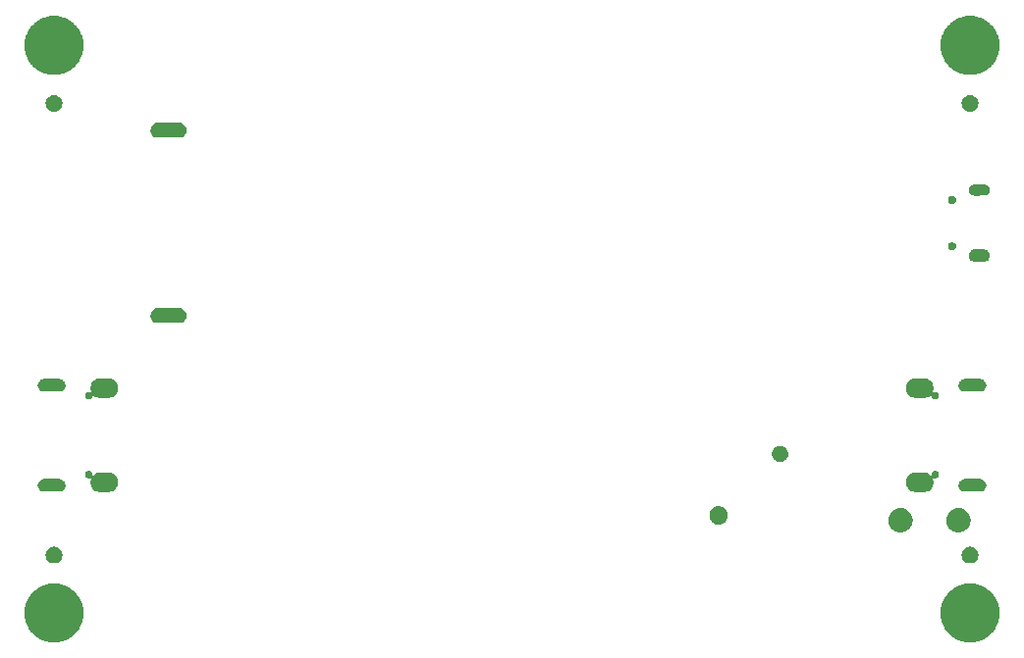
<source format=gbr>
%TF.GenerationSoftware,KiCad,Pcbnew,8.0.3*%
%TF.CreationDate,2024-07-09T14:43:51+12:00*%
%TF.ProjectId,USB Cable Tester,55534220-4361-4626-9c65-205465737465,rev?*%
%TF.SameCoordinates,Original*%
%TF.FileFunction,Soldermask,Bot*%
%TF.FilePolarity,Negative*%
%FSLAX46Y46*%
G04 Gerber Fmt 4.6, Leading zero omitted, Abs format (unit mm)*
G04 Created by KiCad (PCBNEW 8.0.3) date 2024-07-09 14:43:51*
%MOMM*%
%LPD*%
G01*
G04 APERTURE LIST*
G04 APERTURE END LIST*
G36*
X3081240Y-49455032D02*
G01*
X3160116Y-49455032D01*
X3232576Y-49464185D01*
X3307353Y-49468709D01*
X3393842Y-49484558D01*
X3477822Y-49495168D01*
X3542865Y-49511868D01*
X3610223Y-49524212D01*
X3700470Y-49552334D01*
X3787993Y-49574806D01*
X3844935Y-49597351D01*
X3904198Y-49615818D01*
X3996499Y-49657359D01*
X4085737Y-49692691D01*
X4134194Y-49719330D01*
X4184988Y-49742191D01*
X4277446Y-49798084D01*
X4366358Y-49846964D01*
X4406267Y-49875959D01*
X4448501Y-49901491D01*
X4539050Y-49972431D01*
X4625431Y-50035191D01*
X4657022Y-50064857D01*
X4690885Y-50091387D01*
X4777359Y-50177861D01*
X4858870Y-50254405D01*
X4882658Y-50283160D01*
X4908612Y-50309114D01*
X4988763Y-50411419D01*
X5062993Y-50501148D01*
X5079758Y-50527565D01*
X5098508Y-50551498D01*
X5170048Y-50669840D01*
X5234582Y-50771528D01*
X5245332Y-50794374D01*
X5257808Y-50815011D01*
X5318492Y-50949845D01*
X5370930Y-51061282D01*
X5376861Y-51079538D01*
X5384181Y-51095801D01*
X5431836Y-51248732D01*
X5469887Y-51365841D01*
X5472346Y-51378736D01*
X5475787Y-51389776D01*
X5508376Y-51567612D01*
X5529892Y-51680400D01*
X5530334Y-51687431D01*
X5531290Y-51692646D01*
X5546917Y-51951006D01*
X5550000Y-52000000D01*
X5546917Y-52048997D01*
X5531290Y-52307353D01*
X5530334Y-52312567D01*
X5529892Y-52319600D01*
X5508372Y-52432411D01*
X5475787Y-52610223D01*
X5472347Y-52621261D01*
X5469887Y-52634159D01*
X5431828Y-52751291D01*
X5384181Y-52904198D01*
X5376863Y-52920457D01*
X5370930Y-52938718D01*
X5318481Y-53050175D01*
X5257808Y-53184988D01*
X5245334Y-53205620D01*
X5234582Y-53228472D01*
X5170036Y-53330179D01*
X5098508Y-53448501D01*
X5079761Y-53472428D01*
X5062993Y-53498852D01*
X4988748Y-53588597D01*
X4908612Y-53690885D01*
X4882663Y-53716833D01*
X4858870Y-53745595D01*
X4777342Y-53822154D01*
X4690885Y-53908612D01*
X4657028Y-53935136D01*
X4625431Y-53964809D01*
X4539032Y-54027580D01*
X4448501Y-54098508D01*
X4406275Y-54124034D01*
X4366358Y-54153036D01*
X4277428Y-54201925D01*
X4184988Y-54257808D01*
X4134204Y-54280663D01*
X4085737Y-54307309D01*
X3996481Y-54342647D01*
X3904198Y-54384181D01*
X3844947Y-54402644D01*
X3787993Y-54425194D01*
X3700452Y-54447670D01*
X3610223Y-54475787D01*
X3542879Y-54488128D01*
X3477822Y-54504832D01*
X3393825Y-54515443D01*
X3307353Y-54531290D01*
X3232591Y-54535812D01*
X3160116Y-54544968D01*
X3081223Y-54544968D01*
X3000000Y-54549881D01*
X2918776Y-54544968D01*
X2839884Y-54544968D01*
X2767409Y-54535812D01*
X2692646Y-54531290D01*
X2606171Y-54515442D01*
X2522178Y-54504832D01*
X2457123Y-54488128D01*
X2389776Y-54475787D01*
X2299542Y-54447669D01*
X2212007Y-54425194D01*
X2155056Y-54402645D01*
X2095801Y-54384181D01*
X2003510Y-54342644D01*
X1914263Y-54307309D01*
X1865800Y-54280666D01*
X1815011Y-54257808D01*
X1722560Y-54201919D01*
X1633642Y-54153036D01*
X1593729Y-54124038D01*
X1551498Y-54098508D01*
X1460953Y-54027570D01*
X1374569Y-53964809D01*
X1342976Y-53935141D01*
X1309114Y-53908612D01*
X1222640Y-53822138D01*
X1141130Y-53745595D01*
X1117341Y-53716839D01*
X1091387Y-53690885D01*
X1011232Y-53588575D01*
X937007Y-53498852D01*
X920242Y-53472435D01*
X901491Y-53448501D01*
X829942Y-53330146D01*
X765418Y-53228472D01*
X754668Y-53205628D01*
X742191Y-53184988D01*
X681495Y-53050127D01*
X629070Y-52938718D01*
X623139Y-52920465D01*
X615818Y-52904198D01*
X568147Y-52751216D01*
X530113Y-52634159D01*
X527654Y-52621269D01*
X524212Y-52610223D01*
X491602Y-52432278D01*
X470108Y-52319600D01*
X469666Y-52312575D01*
X468709Y-52307353D01*
X453056Y-52048585D01*
X450000Y-52000000D01*
X453056Y-51951418D01*
X468709Y-51692646D01*
X469666Y-51687423D01*
X470108Y-51680400D01*
X491597Y-51567745D01*
X524212Y-51389776D01*
X527654Y-51378727D01*
X530113Y-51365841D01*
X568139Y-51248807D01*
X615818Y-51095801D01*
X623140Y-51079530D01*
X629070Y-51061282D01*
X681484Y-50949894D01*
X742191Y-50815011D01*
X754670Y-50794367D01*
X765418Y-50771528D01*
X829930Y-50669873D01*
X901491Y-50551498D01*
X920245Y-50527559D01*
X937007Y-50501148D01*
X1011217Y-50411442D01*
X1091387Y-50309114D01*
X1117345Y-50283155D01*
X1141130Y-50254405D01*
X1222624Y-50177876D01*
X1309114Y-50091387D01*
X1342982Y-50064852D01*
X1374569Y-50035191D01*
X1460936Y-49972441D01*
X1551498Y-49901491D01*
X1593737Y-49875956D01*
X1633642Y-49846964D01*
X1722542Y-49798090D01*
X1815011Y-49742191D01*
X1865810Y-49719328D01*
X1914263Y-49692691D01*
X2003492Y-49657362D01*
X2095801Y-49615818D01*
X2155067Y-49597349D01*
X2212007Y-49574806D01*
X2299524Y-49552335D01*
X2389776Y-49524212D01*
X2457136Y-49511867D01*
X2522178Y-49495168D01*
X2606153Y-49484559D01*
X2692646Y-49468709D01*
X2767424Y-49464185D01*
X2839884Y-49455032D01*
X2918760Y-49455032D01*
X3000000Y-49450118D01*
X3081240Y-49455032D01*
G37*
G36*
X82081240Y-49455032D02*
G01*
X82160116Y-49455032D01*
X82232576Y-49464185D01*
X82307353Y-49468709D01*
X82393842Y-49484558D01*
X82477822Y-49495168D01*
X82542865Y-49511868D01*
X82610223Y-49524212D01*
X82700470Y-49552334D01*
X82787993Y-49574806D01*
X82844935Y-49597351D01*
X82904198Y-49615818D01*
X82996499Y-49657359D01*
X83085737Y-49692691D01*
X83134194Y-49719330D01*
X83184988Y-49742191D01*
X83277446Y-49798084D01*
X83366358Y-49846964D01*
X83406267Y-49875959D01*
X83448501Y-49901491D01*
X83539050Y-49972431D01*
X83625431Y-50035191D01*
X83657022Y-50064857D01*
X83690885Y-50091387D01*
X83777359Y-50177861D01*
X83858870Y-50254405D01*
X83882658Y-50283160D01*
X83908612Y-50309114D01*
X83988763Y-50411419D01*
X84062993Y-50501148D01*
X84079758Y-50527565D01*
X84098508Y-50551498D01*
X84170048Y-50669840D01*
X84234582Y-50771528D01*
X84245332Y-50794374D01*
X84257808Y-50815011D01*
X84318492Y-50949845D01*
X84370930Y-51061282D01*
X84376861Y-51079538D01*
X84384181Y-51095801D01*
X84431836Y-51248732D01*
X84469887Y-51365841D01*
X84472346Y-51378736D01*
X84475787Y-51389776D01*
X84508376Y-51567612D01*
X84529892Y-51680400D01*
X84530334Y-51687431D01*
X84531290Y-51692646D01*
X84546917Y-51951006D01*
X84550000Y-52000000D01*
X84546917Y-52048997D01*
X84531290Y-52307353D01*
X84530334Y-52312567D01*
X84529892Y-52319600D01*
X84508372Y-52432411D01*
X84475787Y-52610223D01*
X84472347Y-52621261D01*
X84469887Y-52634159D01*
X84431828Y-52751291D01*
X84384181Y-52904198D01*
X84376863Y-52920457D01*
X84370930Y-52938718D01*
X84318481Y-53050175D01*
X84257808Y-53184988D01*
X84245334Y-53205620D01*
X84234582Y-53228472D01*
X84170036Y-53330179D01*
X84098508Y-53448501D01*
X84079761Y-53472428D01*
X84062993Y-53498852D01*
X83988748Y-53588597D01*
X83908612Y-53690885D01*
X83882663Y-53716833D01*
X83858870Y-53745595D01*
X83777342Y-53822154D01*
X83690885Y-53908612D01*
X83657028Y-53935136D01*
X83625431Y-53964809D01*
X83539032Y-54027580D01*
X83448501Y-54098508D01*
X83406275Y-54124034D01*
X83366358Y-54153036D01*
X83277428Y-54201925D01*
X83184988Y-54257808D01*
X83134204Y-54280663D01*
X83085737Y-54307309D01*
X82996481Y-54342647D01*
X82904198Y-54384181D01*
X82844947Y-54402644D01*
X82787993Y-54425194D01*
X82700452Y-54447670D01*
X82610223Y-54475787D01*
X82542879Y-54488128D01*
X82477822Y-54504832D01*
X82393825Y-54515443D01*
X82307353Y-54531290D01*
X82232591Y-54535812D01*
X82160116Y-54544968D01*
X82081223Y-54544968D01*
X82000000Y-54549881D01*
X81918776Y-54544968D01*
X81839884Y-54544968D01*
X81767409Y-54535812D01*
X81692646Y-54531290D01*
X81606171Y-54515442D01*
X81522178Y-54504832D01*
X81457123Y-54488128D01*
X81389776Y-54475787D01*
X81299542Y-54447669D01*
X81212007Y-54425194D01*
X81155056Y-54402645D01*
X81095801Y-54384181D01*
X81003510Y-54342644D01*
X80914263Y-54307309D01*
X80865800Y-54280666D01*
X80815011Y-54257808D01*
X80722560Y-54201919D01*
X80633642Y-54153036D01*
X80593729Y-54124038D01*
X80551498Y-54098508D01*
X80460953Y-54027570D01*
X80374569Y-53964809D01*
X80342976Y-53935141D01*
X80309114Y-53908612D01*
X80222640Y-53822138D01*
X80141130Y-53745595D01*
X80117341Y-53716839D01*
X80091387Y-53690885D01*
X80011232Y-53588575D01*
X79937007Y-53498852D01*
X79920242Y-53472435D01*
X79901491Y-53448501D01*
X79829942Y-53330146D01*
X79765418Y-53228472D01*
X79754668Y-53205628D01*
X79742191Y-53184988D01*
X79681495Y-53050127D01*
X79629070Y-52938718D01*
X79623139Y-52920465D01*
X79615818Y-52904198D01*
X79568147Y-52751216D01*
X79530113Y-52634159D01*
X79527654Y-52621269D01*
X79524212Y-52610223D01*
X79491602Y-52432278D01*
X79470108Y-52319600D01*
X79469666Y-52312575D01*
X79468709Y-52307353D01*
X79453056Y-52048585D01*
X79450000Y-52000000D01*
X79453056Y-51951418D01*
X79468709Y-51692646D01*
X79469666Y-51687423D01*
X79470108Y-51680400D01*
X79491597Y-51567745D01*
X79524212Y-51389776D01*
X79527654Y-51378727D01*
X79530113Y-51365841D01*
X79568139Y-51248807D01*
X79615818Y-51095801D01*
X79623140Y-51079530D01*
X79629070Y-51061282D01*
X79681484Y-50949894D01*
X79742191Y-50815011D01*
X79754670Y-50794367D01*
X79765418Y-50771528D01*
X79829930Y-50669873D01*
X79901491Y-50551498D01*
X79920245Y-50527559D01*
X79937007Y-50501148D01*
X80011217Y-50411442D01*
X80091387Y-50309114D01*
X80117345Y-50283155D01*
X80141130Y-50254405D01*
X80222624Y-50177876D01*
X80309114Y-50091387D01*
X80342982Y-50064852D01*
X80374569Y-50035191D01*
X80460936Y-49972441D01*
X80551498Y-49901491D01*
X80593737Y-49875956D01*
X80633642Y-49846964D01*
X80722542Y-49798090D01*
X80815011Y-49742191D01*
X80865810Y-49719328D01*
X80914263Y-49692691D01*
X81003492Y-49657362D01*
X81095801Y-49615818D01*
X81155067Y-49597349D01*
X81212007Y-49574806D01*
X81299524Y-49552335D01*
X81389776Y-49524212D01*
X81457136Y-49511867D01*
X81522178Y-49495168D01*
X81606153Y-49484559D01*
X81692646Y-49468709D01*
X81767424Y-49464185D01*
X81839884Y-49455032D01*
X81918760Y-49455032D01*
X82000000Y-49450118D01*
X82081240Y-49455032D01*
G37*
G36*
X3161105Y-46294152D02*
G01*
X3314132Y-46347699D01*
X3451407Y-46433954D01*
X3566046Y-46548593D01*
X3652301Y-46685868D01*
X3705848Y-46838895D01*
X3724000Y-47000000D01*
X3705848Y-47161105D01*
X3652301Y-47314132D01*
X3566046Y-47451407D01*
X3451407Y-47566046D01*
X3314132Y-47652301D01*
X3161105Y-47705848D01*
X3000000Y-47724000D01*
X2838895Y-47705848D01*
X2685868Y-47652301D01*
X2548593Y-47566046D01*
X2433954Y-47451407D01*
X2347699Y-47314132D01*
X2294152Y-47161105D01*
X2276000Y-47000000D01*
X2294152Y-46838895D01*
X2347699Y-46685868D01*
X2433954Y-46548593D01*
X2548593Y-46433954D01*
X2685868Y-46347699D01*
X2838895Y-46294152D01*
X3000000Y-46276000D01*
X3161105Y-46294152D01*
G37*
G36*
X82161105Y-46294152D02*
G01*
X82314132Y-46347699D01*
X82451407Y-46433954D01*
X82566046Y-46548593D01*
X82652301Y-46685868D01*
X82705848Y-46838895D01*
X82724000Y-47000000D01*
X82705848Y-47161105D01*
X82652301Y-47314132D01*
X82566046Y-47451407D01*
X82451407Y-47566046D01*
X82314132Y-47652301D01*
X82161105Y-47705848D01*
X82000000Y-47724000D01*
X81838895Y-47705848D01*
X81685868Y-47652301D01*
X81548593Y-47566046D01*
X81433954Y-47451407D01*
X81347699Y-47314132D01*
X81294152Y-47161105D01*
X81276000Y-47000000D01*
X81294152Y-46838895D01*
X81347699Y-46685868D01*
X81433954Y-46548593D01*
X81548593Y-46433954D01*
X81685868Y-46347699D01*
X81838895Y-46294152D01*
X82000000Y-46276000D01*
X82161105Y-46294152D01*
G37*
G36*
X76048290Y-42954756D02*
G01*
X76096857Y-42954756D01*
X76150940Y-42964866D01*
X76204845Y-42970175D01*
X76245797Y-42982597D01*
X76287268Y-42990350D01*
X76344700Y-43012599D01*
X76401818Y-43029926D01*
X76434454Y-43047370D01*
X76467901Y-43060328D01*
X76526019Y-43096313D01*
X76583349Y-43126957D01*
X76607435Y-43146724D01*
X76632599Y-43162305D01*
X76688357Y-43213135D01*
X76742462Y-43257538D01*
X76758494Y-43277074D01*
X76775752Y-43292806D01*
X76825847Y-43359143D01*
X76873043Y-43416651D01*
X76882170Y-43433726D01*
X76892489Y-43447391D01*
X76933544Y-43529841D01*
X76970074Y-43598182D01*
X76973969Y-43611024D01*
X76978836Y-43620797D01*
X77007579Y-43721820D01*
X77029825Y-43795155D01*
X77030555Y-43802576D01*
X77031847Y-43807114D01*
X77045281Y-43952086D01*
X77050000Y-44000000D01*
X77045280Y-44047917D01*
X77031847Y-44192885D01*
X77030556Y-44197422D01*
X77029825Y-44204845D01*
X77007574Y-44278195D01*
X76978836Y-44379202D01*
X76973970Y-44388973D01*
X76970074Y-44401818D01*
X76933537Y-44470172D01*
X76892489Y-44552608D01*
X76882172Y-44566269D01*
X76873043Y-44583349D01*
X76825838Y-44640868D01*
X76775752Y-44707193D01*
X76758498Y-44722921D01*
X76742462Y-44742462D01*
X76688346Y-44786873D01*
X76632599Y-44837694D01*
X76607440Y-44853271D01*
X76583349Y-44873043D01*
X76526007Y-44903692D01*
X76467901Y-44939671D01*
X76434461Y-44952625D01*
X76401818Y-44970074D01*
X76344688Y-44987403D01*
X76287268Y-45009649D01*
X76245804Y-45017400D01*
X76204845Y-45029825D01*
X76150937Y-45035134D01*
X76096857Y-45045244D01*
X76048290Y-45045244D01*
X76000000Y-45050000D01*
X75951710Y-45045244D01*
X75903143Y-45045244D01*
X75849061Y-45035134D01*
X75795155Y-45029825D01*
X75754196Y-45017400D01*
X75712731Y-45009649D01*
X75655306Y-44987402D01*
X75598182Y-44970074D01*
X75565541Y-44952627D01*
X75532098Y-44939671D01*
X75473985Y-44903689D01*
X75416651Y-44873043D01*
X75392562Y-44853273D01*
X75367400Y-44837694D01*
X75311643Y-44786865D01*
X75257538Y-44742462D01*
X75241504Y-44722925D01*
X75224247Y-44707193D01*
X75174149Y-44640852D01*
X75126957Y-44583349D01*
X75117830Y-44566274D01*
X75107510Y-44552608D01*
X75066447Y-44470145D01*
X75029926Y-44401818D01*
X75026031Y-44388978D01*
X75021163Y-44379202D01*
X74992409Y-44278141D01*
X74970175Y-44204845D01*
X74969444Y-44197427D01*
X74968152Y-44192885D01*
X74954702Y-44047745D01*
X74950000Y-44000000D01*
X74954702Y-43952258D01*
X74968152Y-43807114D01*
X74969444Y-43802570D01*
X74970175Y-43795155D01*
X74992404Y-43721873D01*
X75021163Y-43620797D01*
X75026031Y-43611018D01*
X75029926Y-43598182D01*
X75066440Y-43529868D01*
X75107510Y-43447391D01*
X75117832Y-43433722D01*
X75126957Y-43416651D01*
X75174139Y-43359158D01*
X75224247Y-43292806D01*
X75241508Y-43277070D01*
X75257538Y-43257538D01*
X75311632Y-43213143D01*
X75367400Y-43162305D01*
X75392567Y-43146721D01*
X75416651Y-43126957D01*
X75473973Y-43096317D01*
X75532098Y-43060328D01*
X75565548Y-43047369D01*
X75598182Y-43029926D01*
X75655294Y-43012601D01*
X75712731Y-42990350D01*
X75754203Y-42982597D01*
X75795155Y-42970175D01*
X75849058Y-42964866D01*
X75903143Y-42954756D01*
X75951710Y-42954756D01*
X76000000Y-42950000D01*
X76048290Y-42954756D01*
G37*
G36*
X81048290Y-42954756D02*
G01*
X81096857Y-42954756D01*
X81150940Y-42964866D01*
X81204845Y-42970175D01*
X81245797Y-42982597D01*
X81287268Y-42990350D01*
X81344700Y-43012599D01*
X81401818Y-43029926D01*
X81434454Y-43047370D01*
X81467901Y-43060328D01*
X81526019Y-43096313D01*
X81583349Y-43126957D01*
X81607435Y-43146724D01*
X81632599Y-43162305D01*
X81688357Y-43213135D01*
X81742462Y-43257538D01*
X81758494Y-43277074D01*
X81775752Y-43292806D01*
X81825847Y-43359143D01*
X81873043Y-43416651D01*
X81882170Y-43433726D01*
X81892489Y-43447391D01*
X81933544Y-43529841D01*
X81970074Y-43598182D01*
X81973969Y-43611024D01*
X81978836Y-43620797D01*
X82007579Y-43721820D01*
X82029825Y-43795155D01*
X82030555Y-43802576D01*
X82031847Y-43807114D01*
X82045281Y-43952086D01*
X82050000Y-44000000D01*
X82045280Y-44047917D01*
X82031847Y-44192885D01*
X82030556Y-44197422D01*
X82029825Y-44204845D01*
X82007574Y-44278195D01*
X81978836Y-44379202D01*
X81973970Y-44388973D01*
X81970074Y-44401818D01*
X81933537Y-44470172D01*
X81892489Y-44552608D01*
X81882172Y-44566269D01*
X81873043Y-44583349D01*
X81825838Y-44640868D01*
X81775752Y-44707193D01*
X81758498Y-44722921D01*
X81742462Y-44742462D01*
X81688346Y-44786873D01*
X81632599Y-44837694D01*
X81607440Y-44853271D01*
X81583349Y-44873043D01*
X81526007Y-44903692D01*
X81467901Y-44939671D01*
X81434461Y-44952625D01*
X81401818Y-44970074D01*
X81344688Y-44987403D01*
X81287268Y-45009649D01*
X81245804Y-45017400D01*
X81204845Y-45029825D01*
X81150937Y-45035134D01*
X81096857Y-45045244D01*
X81048290Y-45045244D01*
X81000000Y-45050000D01*
X80951710Y-45045244D01*
X80903143Y-45045244D01*
X80849061Y-45035134D01*
X80795155Y-45029825D01*
X80754196Y-45017400D01*
X80712731Y-45009649D01*
X80655306Y-44987402D01*
X80598182Y-44970074D01*
X80565541Y-44952627D01*
X80532098Y-44939671D01*
X80473985Y-44903689D01*
X80416651Y-44873043D01*
X80392562Y-44853273D01*
X80367400Y-44837694D01*
X80311643Y-44786865D01*
X80257538Y-44742462D01*
X80241504Y-44722925D01*
X80224247Y-44707193D01*
X80174149Y-44640852D01*
X80126957Y-44583349D01*
X80117830Y-44566274D01*
X80107510Y-44552608D01*
X80066447Y-44470145D01*
X80029926Y-44401818D01*
X80026031Y-44388978D01*
X80021163Y-44379202D01*
X79992409Y-44278141D01*
X79970175Y-44204845D01*
X79969444Y-44197427D01*
X79968152Y-44192885D01*
X79954702Y-44047745D01*
X79950000Y-44000000D01*
X79954702Y-43952258D01*
X79968152Y-43807114D01*
X79969444Y-43802570D01*
X79970175Y-43795155D01*
X79992404Y-43721873D01*
X80021163Y-43620797D01*
X80026031Y-43611018D01*
X80029926Y-43598182D01*
X80066440Y-43529868D01*
X80107510Y-43447391D01*
X80117832Y-43433722D01*
X80126957Y-43416651D01*
X80174139Y-43359158D01*
X80224247Y-43292806D01*
X80241508Y-43277070D01*
X80257538Y-43257538D01*
X80311632Y-43213143D01*
X80367400Y-43162305D01*
X80392567Y-43146721D01*
X80416651Y-43126957D01*
X80473973Y-43096317D01*
X80532098Y-43060328D01*
X80565548Y-43047369D01*
X80598182Y-43029926D01*
X80655294Y-43012601D01*
X80712731Y-42990350D01*
X80754203Y-42982597D01*
X80795155Y-42970175D01*
X80849058Y-42964866D01*
X80903143Y-42954756D01*
X80951710Y-42954756D01*
X81000000Y-42950000D01*
X81048290Y-42954756D01*
G37*
G36*
X60356092Y-42790695D02*
G01*
X60397617Y-42790695D01*
X60444461Y-42800651D01*
X60492051Y-42806014D01*
X60526654Y-42818122D01*
X60561139Y-42825452D01*
X60610837Y-42847578D01*
X60661144Y-42865182D01*
X60687329Y-42881635D01*
X60713859Y-42893447D01*
X60763322Y-42929384D01*
X60812831Y-42960493D01*
X60830612Y-42978274D01*
X60849106Y-42991711D01*
X60894831Y-43042493D01*
X60939507Y-43087169D01*
X60949781Y-43103520D01*
X60960965Y-43115941D01*
X60999226Y-43182213D01*
X61034818Y-43238856D01*
X61039261Y-43251555D01*
X61044551Y-43260717D01*
X61071634Y-43344071D01*
X61093986Y-43407949D01*
X61094833Y-43415471D01*
X61096211Y-43419711D01*
X61108701Y-43538550D01*
X61114044Y-43585968D01*
X61108700Y-43633389D01*
X61096211Y-43752224D01*
X61094833Y-43756462D01*
X61093986Y-43763987D01*
X61071629Y-43827877D01*
X61044551Y-43911218D01*
X61039262Y-43920377D01*
X61034818Y-43933080D01*
X60999219Y-43989734D01*
X60960965Y-44055994D01*
X60949783Y-44068412D01*
X60939507Y-44084767D01*
X60894822Y-44129451D01*
X60849106Y-44180224D01*
X60830616Y-44193657D01*
X60812831Y-44211443D01*
X60763312Y-44242557D01*
X60713859Y-44278488D01*
X60687334Y-44290297D01*
X60661144Y-44306754D01*
X60610826Y-44324360D01*
X60561139Y-44346483D01*
X60526660Y-44353811D01*
X60492051Y-44365922D01*
X60444458Y-44371284D01*
X60397617Y-44381241D01*
X60356092Y-44381241D01*
X60314032Y-44385980D01*
X60271972Y-44381241D01*
X60230447Y-44381241D01*
X60183604Y-44371284D01*
X60136013Y-44365922D01*
X60101405Y-44353812D01*
X60066924Y-44346483D01*
X60017232Y-44324359D01*
X59966920Y-44306754D01*
X59940731Y-44290298D01*
X59914204Y-44278488D01*
X59864744Y-44242552D01*
X59815233Y-44211443D01*
X59797450Y-44193660D01*
X59778957Y-44180224D01*
X59733231Y-44129441D01*
X59688557Y-44084767D01*
X59678283Y-44068416D01*
X59667098Y-44055994D01*
X59628831Y-43989714D01*
X59593246Y-43933080D01*
X59588802Y-43920381D01*
X59583512Y-43911218D01*
X59556420Y-43827837D01*
X59534078Y-43763987D01*
X59533230Y-43756467D01*
X59531852Y-43752224D01*
X59519348Y-43633257D01*
X59514020Y-43585968D01*
X59519347Y-43538682D01*
X59531852Y-43419711D01*
X59533230Y-43415467D01*
X59534078Y-43407949D01*
X59556415Y-43344111D01*
X59583512Y-43260717D01*
X59588803Y-43251551D01*
X59593246Y-43238856D01*
X59628824Y-43182232D01*
X59667098Y-43115941D01*
X59678285Y-43103516D01*
X59688557Y-43087169D01*
X59733222Y-43042503D01*
X59778957Y-42991711D01*
X59797453Y-42978272D01*
X59815233Y-42960493D01*
X59864738Y-42929386D01*
X59914205Y-42893447D01*
X59940735Y-42881635D01*
X59966920Y-42865182D01*
X60017223Y-42847580D01*
X60066924Y-42825452D01*
X60101410Y-42818121D01*
X60136013Y-42806014D01*
X60183601Y-42800652D01*
X60230447Y-42790695D01*
X60271972Y-42790695D01*
X60314032Y-42785956D01*
X60356092Y-42790695D01*
G37*
G36*
X6026204Y-39746683D02*
G01*
X6056578Y-39746683D01*
X6079977Y-39755199D01*
X6100322Y-39758422D01*
X6129057Y-39773063D01*
X6162644Y-39785288D01*
X6177477Y-39797734D01*
X6190700Y-39804472D01*
X6217781Y-39831553D01*
X6249110Y-39857841D01*
X6255996Y-39869768D01*
X6262419Y-39876191D01*
X6282810Y-39916211D01*
X6305547Y-39955592D01*
X6306960Y-39963608D01*
X6308469Y-39966569D01*
X6317179Y-40021565D01*
X6325147Y-40066751D01*
X6324720Y-40069172D01*
X6329769Y-40101050D01*
X6405199Y-40125559D01*
X6460920Y-40069839D01*
X6599467Y-39977265D01*
X6753412Y-39913499D01*
X6916839Y-39880991D01*
X7700154Y-39876898D01*
X7783469Y-39880991D01*
X7946896Y-39913499D01*
X8100841Y-39977265D01*
X8239388Y-40069839D01*
X8357213Y-40187664D01*
X8449787Y-40326211D01*
X8513553Y-40480156D01*
X8546061Y-40643583D01*
X8546061Y-40810213D01*
X8513553Y-40973640D01*
X8449787Y-41127585D01*
X8357213Y-41266132D01*
X8239388Y-41383957D01*
X8100841Y-41476531D01*
X7946896Y-41540297D01*
X7783469Y-41572805D01*
X7000154Y-41576898D01*
X6916839Y-41572805D01*
X6753412Y-41540297D01*
X6599467Y-41476531D01*
X6460920Y-41383957D01*
X6343095Y-41266132D01*
X6250521Y-41127585D01*
X6186755Y-40973640D01*
X6154247Y-40810213D01*
X6154247Y-40643583D01*
X6186755Y-40480156D01*
X6215140Y-40411627D01*
X6151088Y-40352419D01*
X6129053Y-40360440D01*
X6100323Y-40375079D01*
X6079981Y-40378300D01*
X6056578Y-40386819D01*
X6026198Y-40386819D01*
X6000141Y-40390946D01*
X5974084Y-40386819D01*
X5943704Y-40386819D01*
X5920300Y-40378300D01*
X5899959Y-40375079D01*
X5871228Y-40360439D01*
X5837638Y-40348214D01*
X5822802Y-40335765D01*
X5809581Y-40329029D01*
X5782500Y-40301948D01*
X5751172Y-40275661D01*
X5744285Y-40263733D01*
X5737862Y-40257310D01*
X5717467Y-40217282D01*
X5694735Y-40177910D01*
X5693321Y-40169895D01*
X5691812Y-40166932D01*
X5683095Y-40111899D01*
X5675135Y-40066751D01*
X5683095Y-40021606D01*
X5691812Y-39966569D01*
X5693322Y-39963605D01*
X5694735Y-39955592D01*
X5717462Y-39916226D01*
X5737862Y-39876191D01*
X5744287Y-39869765D01*
X5751172Y-39857841D01*
X5782494Y-39831558D01*
X5809581Y-39804472D01*
X5822805Y-39797733D01*
X5837638Y-39785288D01*
X5871221Y-39773064D01*
X5899959Y-39758422D01*
X5920305Y-39755199D01*
X5943704Y-39746683D01*
X5974077Y-39746683D01*
X6000141Y-39742555D01*
X6026204Y-39746683D01*
G37*
G36*
X79025922Y-39746683D02*
G01*
X79056296Y-39746683D01*
X79079695Y-39755199D01*
X79100040Y-39758422D01*
X79128775Y-39773063D01*
X79162362Y-39785288D01*
X79177195Y-39797734D01*
X79190418Y-39804472D01*
X79217499Y-39831553D01*
X79248828Y-39857841D01*
X79255714Y-39869768D01*
X79262137Y-39876191D01*
X79282528Y-39916211D01*
X79305265Y-39955592D01*
X79306678Y-39963608D01*
X79308187Y-39966569D01*
X79316895Y-40021550D01*
X79324865Y-40066751D01*
X79316894Y-40111955D01*
X79308187Y-40166932D01*
X79306678Y-40169892D01*
X79305265Y-40177910D01*
X79282524Y-40217297D01*
X79262137Y-40257310D01*
X79255715Y-40263731D01*
X79248828Y-40275661D01*
X79217493Y-40301953D01*
X79190418Y-40329029D01*
X79177198Y-40335764D01*
X79162362Y-40348214D01*
X79128768Y-40360441D01*
X79100040Y-40375079D01*
X79079700Y-40378300D01*
X79056296Y-40386819D01*
X79025916Y-40386819D01*
X78999859Y-40390946D01*
X78973801Y-40386819D01*
X78943422Y-40386819D01*
X78920019Y-40378301D01*
X78899675Y-40375079D01*
X78870940Y-40360437D01*
X78849058Y-40352473D01*
X78784992Y-40411694D01*
X78813245Y-40479902D01*
X78845753Y-40643329D01*
X78845753Y-40809959D01*
X78813245Y-40973386D01*
X78749479Y-41127331D01*
X78656905Y-41265878D01*
X78539080Y-41383703D01*
X78400533Y-41476277D01*
X78246588Y-41540043D01*
X78083161Y-41572551D01*
X77299846Y-41576644D01*
X77216531Y-41572551D01*
X77053104Y-41540043D01*
X76899159Y-41476277D01*
X76760612Y-41383703D01*
X76642787Y-41265878D01*
X76550213Y-41127331D01*
X76486447Y-40973386D01*
X76453939Y-40809959D01*
X76453939Y-40643329D01*
X76486447Y-40479902D01*
X76550213Y-40325957D01*
X76642787Y-40187410D01*
X76760612Y-40069585D01*
X76899159Y-39977011D01*
X77053104Y-39913245D01*
X77216531Y-39880737D01*
X77999846Y-39876644D01*
X78083161Y-39880737D01*
X78246588Y-39913245D01*
X78400533Y-39977011D01*
X78539080Y-40069585D01*
X78594834Y-40125339D01*
X78670265Y-40100831D01*
X78675279Y-40069170D01*
X78674853Y-40066751D01*
X78682812Y-40021608D01*
X78691530Y-39966570D01*
X78693039Y-39963606D01*
X78694453Y-39955592D01*
X78717182Y-39916223D01*
X78737580Y-39876191D01*
X78744005Y-39869765D01*
X78750890Y-39857841D01*
X78782212Y-39831558D01*
X78809299Y-39804472D01*
X78822523Y-39797733D01*
X78837356Y-39785288D01*
X78870939Y-39773064D01*
X78899677Y-39758422D01*
X78920023Y-39755199D01*
X78943422Y-39746683D01*
X78973795Y-39746683D01*
X78999859Y-39742555D01*
X79025922Y-39746683D01*
G37*
G36*
X3454741Y-40437052D02*
G01*
X3502292Y-40439388D01*
X3508146Y-40440552D01*
X3521778Y-40441446D01*
X3548118Y-40448503D01*
X3609555Y-40460725D01*
X3638550Y-40472735D01*
X3660465Y-40478607D01*
X3680110Y-40489949D01*
X3709105Y-40501959D01*
X3761188Y-40536760D01*
X3784808Y-40550397D01*
X3791273Y-40556862D01*
X3798708Y-40561830D01*
X3874899Y-40638021D01*
X3879866Y-40645455D01*
X3886333Y-40651922D01*
X3899972Y-40675545D01*
X3934770Y-40727624D01*
X3946778Y-40756616D01*
X3958123Y-40776265D01*
X3963996Y-40798183D01*
X3976004Y-40827174D01*
X3988223Y-40888600D01*
X3995284Y-40914952D01*
X3995284Y-40924095D01*
X3997028Y-40932863D01*
X3997028Y-41040618D01*
X3995284Y-41049385D01*
X3995284Y-41058530D01*
X3988222Y-41084884D01*
X3976004Y-41146307D01*
X3963996Y-41175295D01*
X3958123Y-41197217D01*
X3946777Y-41216868D01*
X3934770Y-41245857D01*
X3899976Y-41297929D01*
X3886333Y-41321560D01*
X3879864Y-41328028D01*
X3874899Y-41335460D01*
X3798708Y-41411651D01*
X3791276Y-41416616D01*
X3784808Y-41423085D01*
X3761177Y-41436728D01*
X3709105Y-41471522D01*
X3680116Y-41483529D01*
X3660465Y-41494875D01*
X3638543Y-41500748D01*
X3609555Y-41512756D01*
X3548138Y-41524972D01*
X3521778Y-41532036D01*
X3512469Y-41532067D01*
X3503797Y-41533793D01*
X2151516Y-41536737D01*
X2151492Y-41536735D01*
X2149989Y-41536741D01*
X2145178Y-41536425D01*
X2097685Y-41534093D01*
X2091837Y-41532929D01*
X2078200Y-41532036D01*
X2051847Y-41524974D01*
X1990422Y-41512756D01*
X1961431Y-41500748D01*
X1939513Y-41494875D01*
X1919864Y-41483530D01*
X1890872Y-41471522D01*
X1838793Y-41436724D01*
X1815170Y-41423085D01*
X1808703Y-41416618D01*
X1801269Y-41411651D01*
X1725078Y-41335460D01*
X1720110Y-41328025D01*
X1713645Y-41321560D01*
X1700008Y-41297940D01*
X1665207Y-41245857D01*
X1653197Y-41216862D01*
X1641855Y-41197217D01*
X1635983Y-41175302D01*
X1623973Y-41146307D01*
X1611753Y-41084878D01*
X1604694Y-41058530D01*
X1604694Y-41049385D01*
X1602950Y-41040618D01*
X1602950Y-40932863D01*
X1604694Y-40924095D01*
X1604694Y-40914952D01*
X1611753Y-40888606D01*
X1623973Y-40827174D01*
X1635983Y-40798176D01*
X1641855Y-40776265D01*
X1653195Y-40756622D01*
X1665207Y-40727624D01*
X1700012Y-40675534D01*
X1713645Y-40651922D01*
X1720108Y-40645458D01*
X1725078Y-40638021D01*
X1801269Y-40561830D01*
X1808706Y-40556860D01*
X1815170Y-40550397D01*
X1838782Y-40536764D01*
X1890872Y-40501959D01*
X1919870Y-40489947D01*
X1939513Y-40478607D01*
X1961424Y-40472735D01*
X1990422Y-40460725D01*
X2051857Y-40448504D01*
X2078200Y-40441446D01*
X2087502Y-40441414D01*
X2096180Y-40439688D01*
X3448461Y-40436744D01*
X3448503Y-40436746D01*
X3449989Y-40436741D01*
X3454741Y-40437052D01*
G37*
G36*
X82854763Y-40437052D02*
G01*
X82902314Y-40439388D01*
X82908168Y-40440552D01*
X82921800Y-40441446D01*
X82948140Y-40448503D01*
X83009577Y-40460725D01*
X83038572Y-40472735D01*
X83060487Y-40478607D01*
X83080132Y-40489949D01*
X83109127Y-40501959D01*
X83161210Y-40536760D01*
X83184830Y-40550397D01*
X83191295Y-40556862D01*
X83198730Y-40561830D01*
X83274921Y-40638021D01*
X83279888Y-40645455D01*
X83286355Y-40651922D01*
X83299994Y-40675545D01*
X83334792Y-40727624D01*
X83346800Y-40756616D01*
X83358145Y-40776265D01*
X83364018Y-40798183D01*
X83376026Y-40827174D01*
X83388245Y-40888600D01*
X83395306Y-40914952D01*
X83395306Y-40924095D01*
X83397050Y-40932863D01*
X83397050Y-41040618D01*
X83395306Y-41049385D01*
X83395306Y-41058530D01*
X83388244Y-41084884D01*
X83376026Y-41146307D01*
X83364018Y-41175295D01*
X83358145Y-41197217D01*
X83346799Y-41216868D01*
X83334792Y-41245857D01*
X83299998Y-41297929D01*
X83286355Y-41321560D01*
X83279886Y-41328028D01*
X83274921Y-41335460D01*
X83198730Y-41411651D01*
X83191298Y-41416616D01*
X83184830Y-41423085D01*
X83161199Y-41436728D01*
X83109127Y-41471522D01*
X83080138Y-41483529D01*
X83060487Y-41494875D01*
X83038565Y-41500748D01*
X83009577Y-41512756D01*
X82948160Y-41524972D01*
X82921800Y-41532036D01*
X82912491Y-41532067D01*
X82903819Y-41533793D01*
X81551538Y-41536737D01*
X81551514Y-41536735D01*
X81550011Y-41536741D01*
X81545200Y-41536425D01*
X81497707Y-41534093D01*
X81491859Y-41532929D01*
X81478222Y-41532036D01*
X81451869Y-41524974D01*
X81390444Y-41512756D01*
X81361453Y-41500748D01*
X81339535Y-41494875D01*
X81319886Y-41483530D01*
X81290894Y-41471522D01*
X81238815Y-41436724D01*
X81215192Y-41423085D01*
X81208725Y-41416618D01*
X81201291Y-41411651D01*
X81125100Y-41335460D01*
X81120132Y-41328025D01*
X81113667Y-41321560D01*
X81100030Y-41297940D01*
X81065229Y-41245857D01*
X81053219Y-41216862D01*
X81041877Y-41197217D01*
X81036005Y-41175302D01*
X81023995Y-41146307D01*
X81011775Y-41084878D01*
X81004716Y-41058530D01*
X81004716Y-41049385D01*
X81002972Y-41040618D01*
X81002972Y-40932863D01*
X81004716Y-40924095D01*
X81004716Y-40914952D01*
X81011775Y-40888606D01*
X81023995Y-40827174D01*
X81036005Y-40798176D01*
X81041877Y-40776265D01*
X81053217Y-40756622D01*
X81065229Y-40727624D01*
X81100034Y-40675534D01*
X81113667Y-40651922D01*
X81120130Y-40645458D01*
X81125100Y-40638021D01*
X81201291Y-40561830D01*
X81208728Y-40556860D01*
X81215192Y-40550397D01*
X81238804Y-40536764D01*
X81290894Y-40501959D01*
X81319892Y-40489947D01*
X81339535Y-40478607D01*
X81361446Y-40472735D01*
X81390444Y-40460725D01*
X81451879Y-40448504D01*
X81478222Y-40441446D01*
X81487524Y-40441414D01*
X81496202Y-40439688D01*
X82848483Y-40436744D01*
X82848525Y-40436746D01*
X82850011Y-40436741D01*
X82854763Y-40437052D01*
G37*
G36*
X65658905Y-37587849D02*
G01*
X65701620Y-37587849D01*
X65737588Y-37596714D01*
X65772919Y-37600695D01*
X65818616Y-37616685D01*
X65865471Y-37628234D01*
X65893180Y-37642777D01*
X65920789Y-37652438D01*
X65967449Y-37681756D01*
X66014895Y-37706658D01*
X66033959Y-37723547D01*
X66053437Y-37735786D01*
X66097416Y-37779765D01*
X66141210Y-37818563D01*
X66152343Y-37834692D01*
X66164213Y-37846562D01*
X66201530Y-37905952D01*
X66237073Y-37957445D01*
X66241926Y-37970242D01*
X66247561Y-37979210D01*
X66274212Y-38055372D01*
X66296914Y-38115233D01*
X66297846Y-38122915D01*
X66299304Y-38127080D01*
X66311553Y-38235797D01*
X66317255Y-38282757D01*
X66311552Y-38329720D01*
X66299304Y-38438433D01*
X66297847Y-38442596D01*
X66296914Y-38450281D01*
X66274207Y-38510153D01*
X66247561Y-38586303D01*
X66241927Y-38595268D01*
X66237073Y-38608069D01*
X66201523Y-38659571D01*
X66164213Y-38718951D01*
X66152345Y-38730818D01*
X66141210Y-38746951D01*
X66097407Y-38785756D01*
X66053437Y-38829727D01*
X66033962Y-38841963D01*
X66014895Y-38858856D01*
X65967439Y-38883762D01*
X65920789Y-38913075D01*
X65893186Y-38922733D01*
X65865471Y-38937280D01*
X65818606Y-38948830D01*
X65772919Y-38964818D01*
X65737596Y-38968797D01*
X65701620Y-38977665D01*
X65658896Y-38977665D01*
X65617243Y-38982358D01*
X65575590Y-38977665D01*
X65532866Y-38977665D01*
X65496890Y-38968797D01*
X65461566Y-38964818D01*
X65415875Y-38948829D01*
X65369015Y-38937280D01*
X65341301Y-38922734D01*
X65313696Y-38913075D01*
X65267040Y-38883759D01*
X65219591Y-38858856D01*
X65200525Y-38841965D01*
X65181048Y-38829727D01*
X65137069Y-38785748D01*
X65093276Y-38746951D01*
X65082142Y-38730821D01*
X65070272Y-38718951D01*
X65032951Y-38659555D01*
X64997413Y-38608069D01*
X64992560Y-38595272D01*
X64986924Y-38586303D01*
X64960265Y-38510119D01*
X64937572Y-38450281D01*
X64936639Y-38442601D01*
X64935181Y-38438433D01*
X64922919Y-38329606D01*
X64917231Y-38282757D01*
X64922919Y-38235911D01*
X64935181Y-38127080D01*
X64936639Y-38122911D01*
X64937572Y-38115233D01*
X64960261Y-38055406D01*
X64986924Y-37979210D01*
X64992560Y-37970238D01*
X64997413Y-37957445D01*
X65032944Y-37905968D01*
X65070272Y-37846562D01*
X65082145Y-37834688D01*
X65093276Y-37818563D01*
X65137061Y-37779772D01*
X65181048Y-37735786D01*
X65200529Y-37723545D01*
X65219591Y-37706658D01*
X65267030Y-37681759D01*
X65313696Y-37652438D01*
X65341307Y-37642776D01*
X65369015Y-37628234D01*
X65415865Y-37616686D01*
X65461566Y-37600695D01*
X65496898Y-37596714D01*
X65532866Y-37587849D01*
X65575581Y-37587849D01*
X65617243Y-37583155D01*
X65658905Y-37587849D01*
G37*
G36*
X7783469Y-31760849D02*
G01*
X7946896Y-31793357D01*
X8100841Y-31857123D01*
X8239388Y-31949697D01*
X8357213Y-32067522D01*
X8449787Y-32206069D01*
X8513553Y-32360014D01*
X8546061Y-32523441D01*
X8546061Y-32690071D01*
X8513553Y-32853498D01*
X8449787Y-33007443D01*
X8357213Y-33145990D01*
X8239388Y-33263815D01*
X8100841Y-33356389D01*
X7946896Y-33420155D01*
X7783469Y-33452663D01*
X7000154Y-33456756D01*
X6916839Y-33452663D01*
X6753412Y-33420155D01*
X6599467Y-33356389D01*
X6460920Y-33263815D01*
X6405164Y-33208059D01*
X6329734Y-33232568D01*
X6324719Y-33264226D01*
X6325147Y-33266649D01*
X6317176Y-33311850D01*
X6308469Y-33366830D01*
X6306960Y-33369790D01*
X6305547Y-33377808D01*
X6282806Y-33417195D01*
X6262419Y-33457208D01*
X6255997Y-33463629D01*
X6249110Y-33475559D01*
X6217775Y-33501851D01*
X6190700Y-33528927D01*
X6177480Y-33535662D01*
X6162644Y-33548112D01*
X6129050Y-33560339D01*
X6100322Y-33574977D01*
X6079982Y-33578198D01*
X6056578Y-33586717D01*
X6026198Y-33586717D01*
X6000141Y-33590844D01*
X5974084Y-33586717D01*
X5943704Y-33586717D01*
X5920300Y-33578198D01*
X5899959Y-33574977D01*
X5871228Y-33560337D01*
X5837638Y-33548112D01*
X5822802Y-33535663D01*
X5809581Y-33528927D01*
X5782500Y-33501846D01*
X5751172Y-33475559D01*
X5744285Y-33463631D01*
X5737862Y-33457208D01*
X5717467Y-33417180D01*
X5694735Y-33377808D01*
X5693321Y-33369793D01*
X5691812Y-33366830D01*
X5683095Y-33311797D01*
X5675135Y-33266649D01*
X5683095Y-33221504D01*
X5691812Y-33166467D01*
X5693322Y-33163503D01*
X5694735Y-33155490D01*
X5717462Y-33116124D01*
X5737862Y-33076089D01*
X5744287Y-33069663D01*
X5751172Y-33057739D01*
X5782494Y-33031456D01*
X5809581Y-33004370D01*
X5822805Y-32997631D01*
X5837638Y-32985186D01*
X5871221Y-32972962D01*
X5899959Y-32958320D01*
X5920305Y-32955097D01*
X5943704Y-32946581D01*
X5974077Y-32946581D01*
X6000141Y-32942453D01*
X6026205Y-32946581D01*
X6056578Y-32946581D01*
X6079976Y-32955097D01*
X6100323Y-32958320D01*
X6129063Y-32972963D01*
X6150940Y-32980926D01*
X6215006Y-32921703D01*
X6186755Y-32853498D01*
X6154247Y-32690071D01*
X6154247Y-32523441D01*
X6186755Y-32360014D01*
X6250521Y-32206069D01*
X6343095Y-32067522D01*
X6460920Y-31949697D01*
X6599467Y-31857123D01*
X6753412Y-31793357D01*
X6916839Y-31760849D01*
X7700154Y-31756756D01*
X7783469Y-31760849D01*
G37*
G36*
X78083161Y-31760595D02*
G01*
X78246588Y-31793103D01*
X78400533Y-31856869D01*
X78539080Y-31949443D01*
X78656905Y-32067268D01*
X78749479Y-32205815D01*
X78813245Y-32359760D01*
X78845753Y-32523187D01*
X78845753Y-32689817D01*
X78813245Y-32853244D01*
X78784860Y-32921771D01*
X78848908Y-32980981D01*
X78870919Y-32972969D01*
X78899674Y-32958320D01*
X78920024Y-32955096D01*
X78943422Y-32946581D01*
X78973795Y-32946581D01*
X78999859Y-32942453D01*
X79025922Y-32946581D01*
X79056296Y-32946581D01*
X79079695Y-32955097D01*
X79100040Y-32958320D01*
X79128775Y-32972961D01*
X79162362Y-32985186D01*
X79177195Y-32997632D01*
X79190418Y-33004370D01*
X79217499Y-33031451D01*
X79248828Y-33057739D01*
X79255714Y-33069666D01*
X79262137Y-33076089D01*
X79282528Y-33116109D01*
X79305265Y-33155490D01*
X79306678Y-33163506D01*
X79308187Y-33166467D01*
X79316895Y-33221448D01*
X79324865Y-33266649D01*
X79316894Y-33311853D01*
X79308187Y-33366830D01*
X79306678Y-33369790D01*
X79305265Y-33377808D01*
X79282524Y-33417195D01*
X79262137Y-33457208D01*
X79255715Y-33463629D01*
X79248828Y-33475559D01*
X79217493Y-33501851D01*
X79190418Y-33528927D01*
X79177198Y-33535662D01*
X79162362Y-33548112D01*
X79128768Y-33560339D01*
X79100040Y-33574977D01*
X79079700Y-33578198D01*
X79056296Y-33586717D01*
X79025916Y-33586717D01*
X78999859Y-33590844D01*
X78973802Y-33586717D01*
X78943422Y-33586717D01*
X78920018Y-33578198D01*
X78899677Y-33574977D01*
X78870946Y-33560337D01*
X78837356Y-33548112D01*
X78822520Y-33535663D01*
X78809299Y-33528927D01*
X78782218Y-33501846D01*
X78750890Y-33475559D01*
X78744003Y-33463631D01*
X78737580Y-33457208D01*
X78717187Y-33417184D01*
X78694453Y-33377808D01*
X78693039Y-33369791D01*
X78691530Y-33366829D01*
X78682809Y-33311773D01*
X78674853Y-33266649D01*
X78675279Y-33264231D01*
X78670229Y-33232348D01*
X78594800Y-33207840D01*
X78539080Y-33263561D01*
X78400533Y-33356135D01*
X78246588Y-33419901D01*
X78083161Y-33452409D01*
X77299846Y-33456502D01*
X77216531Y-33452409D01*
X77053104Y-33419901D01*
X76899159Y-33356135D01*
X76760612Y-33263561D01*
X76642787Y-33145736D01*
X76550213Y-33007189D01*
X76486447Y-32853244D01*
X76453939Y-32689817D01*
X76453939Y-32523187D01*
X76486447Y-32359760D01*
X76550213Y-32205815D01*
X76642787Y-32067268D01*
X76760612Y-31949443D01*
X76899159Y-31856869D01*
X77053104Y-31793103D01*
X77216531Y-31760595D01*
X77999846Y-31756502D01*
X78083161Y-31760595D01*
G37*
G36*
X3454741Y-31796970D02*
G01*
X3502292Y-31799306D01*
X3508146Y-31800470D01*
X3521778Y-31801364D01*
X3548118Y-31808421D01*
X3609555Y-31820643D01*
X3638550Y-31832653D01*
X3660465Y-31838525D01*
X3680110Y-31849867D01*
X3709105Y-31861877D01*
X3761188Y-31896678D01*
X3784808Y-31910315D01*
X3791273Y-31916780D01*
X3798708Y-31921748D01*
X3874899Y-31997939D01*
X3879866Y-32005373D01*
X3886333Y-32011840D01*
X3899972Y-32035463D01*
X3934770Y-32087542D01*
X3946778Y-32116534D01*
X3958123Y-32136183D01*
X3963996Y-32158101D01*
X3976004Y-32187092D01*
X3988223Y-32248518D01*
X3995284Y-32274870D01*
X3995284Y-32284013D01*
X3997028Y-32292781D01*
X3997028Y-32400536D01*
X3995284Y-32409303D01*
X3995284Y-32418448D01*
X3988222Y-32444802D01*
X3976004Y-32506225D01*
X3963996Y-32535213D01*
X3958123Y-32557135D01*
X3946777Y-32576786D01*
X3934770Y-32605775D01*
X3899976Y-32657847D01*
X3886333Y-32681478D01*
X3879864Y-32687946D01*
X3874899Y-32695378D01*
X3798708Y-32771569D01*
X3791276Y-32776534D01*
X3784808Y-32783003D01*
X3761177Y-32796646D01*
X3709105Y-32831440D01*
X3680116Y-32843447D01*
X3660465Y-32854793D01*
X3638543Y-32860666D01*
X3609555Y-32872674D01*
X3548138Y-32884890D01*
X3521778Y-32891954D01*
X3512469Y-32891985D01*
X3503797Y-32893711D01*
X2151516Y-32896655D01*
X2151492Y-32896653D01*
X2149989Y-32896659D01*
X2145178Y-32896343D01*
X2097685Y-32894011D01*
X2091837Y-32892847D01*
X2078200Y-32891954D01*
X2051847Y-32884892D01*
X1990422Y-32872674D01*
X1961431Y-32860666D01*
X1939513Y-32854793D01*
X1919864Y-32843448D01*
X1890872Y-32831440D01*
X1838793Y-32796642D01*
X1815170Y-32783003D01*
X1808703Y-32776536D01*
X1801269Y-32771569D01*
X1725078Y-32695378D01*
X1720110Y-32687943D01*
X1713645Y-32681478D01*
X1700008Y-32657858D01*
X1665207Y-32605775D01*
X1653197Y-32576780D01*
X1641855Y-32557135D01*
X1635983Y-32535220D01*
X1623973Y-32506225D01*
X1611753Y-32444796D01*
X1604694Y-32418448D01*
X1604694Y-32409303D01*
X1602950Y-32400536D01*
X1602950Y-32292781D01*
X1604694Y-32284013D01*
X1604694Y-32274870D01*
X1611753Y-32248524D01*
X1623973Y-32187092D01*
X1635983Y-32158094D01*
X1641855Y-32136183D01*
X1653195Y-32116540D01*
X1665207Y-32087542D01*
X1700012Y-32035452D01*
X1713645Y-32011840D01*
X1720108Y-32005376D01*
X1725078Y-31997939D01*
X1801269Y-31921748D01*
X1808706Y-31916778D01*
X1815170Y-31910315D01*
X1838782Y-31896682D01*
X1890872Y-31861877D01*
X1919870Y-31849865D01*
X1939513Y-31838525D01*
X1961424Y-31832653D01*
X1990422Y-31820643D01*
X2051857Y-31808422D01*
X2078200Y-31801364D01*
X2087502Y-31801332D01*
X2096180Y-31799606D01*
X3448461Y-31796662D01*
X3448503Y-31796664D01*
X3449989Y-31796659D01*
X3454741Y-31796970D01*
G37*
G36*
X82854763Y-31796970D02*
G01*
X82902314Y-31799306D01*
X82908168Y-31800470D01*
X82921800Y-31801364D01*
X82948140Y-31808421D01*
X83009577Y-31820643D01*
X83038572Y-31832653D01*
X83060487Y-31838525D01*
X83080132Y-31849867D01*
X83109127Y-31861877D01*
X83161210Y-31896678D01*
X83184830Y-31910315D01*
X83191295Y-31916780D01*
X83198730Y-31921748D01*
X83274921Y-31997939D01*
X83279888Y-32005373D01*
X83286355Y-32011840D01*
X83299994Y-32035463D01*
X83334792Y-32087542D01*
X83346800Y-32116534D01*
X83358145Y-32136183D01*
X83364018Y-32158101D01*
X83376026Y-32187092D01*
X83388245Y-32248518D01*
X83395306Y-32274870D01*
X83395306Y-32284013D01*
X83397050Y-32292781D01*
X83397050Y-32400536D01*
X83395306Y-32409303D01*
X83395306Y-32418448D01*
X83388244Y-32444802D01*
X83376026Y-32506225D01*
X83364018Y-32535213D01*
X83358145Y-32557135D01*
X83346799Y-32576786D01*
X83334792Y-32605775D01*
X83299998Y-32657847D01*
X83286355Y-32681478D01*
X83279886Y-32687946D01*
X83274921Y-32695378D01*
X83198730Y-32771569D01*
X83191298Y-32776534D01*
X83184830Y-32783003D01*
X83161199Y-32796646D01*
X83109127Y-32831440D01*
X83080138Y-32843447D01*
X83060487Y-32854793D01*
X83038565Y-32860666D01*
X83009577Y-32872674D01*
X82948160Y-32884890D01*
X82921800Y-32891954D01*
X82912491Y-32891985D01*
X82903819Y-32893711D01*
X81551538Y-32896655D01*
X81551514Y-32896653D01*
X81550011Y-32896659D01*
X81545200Y-32896343D01*
X81497707Y-32894011D01*
X81491859Y-32892847D01*
X81478222Y-32891954D01*
X81451869Y-32884892D01*
X81390444Y-32872674D01*
X81361453Y-32860666D01*
X81339535Y-32854793D01*
X81319886Y-32843448D01*
X81290894Y-32831440D01*
X81238815Y-32796642D01*
X81215192Y-32783003D01*
X81208725Y-32776536D01*
X81201291Y-32771569D01*
X81125100Y-32695378D01*
X81120132Y-32687943D01*
X81113667Y-32681478D01*
X81100030Y-32657858D01*
X81065229Y-32605775D01*
X81053219Y-32576780D01*
X81041877Y-32557135D01*
X81036005Y-32535220D01*
X81023995Y-32506225D01*
X81011775Y-32444796D01*
X81004716Y-32418448D01*
X81004716Y-32409303D01*
X81002972Y-32400536D01*
X81002972Y-32292781D01*
X81004716Y-32284013D01*
X81004716Y-32274870D01*
X81011775Y-32248524D01*
X81023995Y-32187092D01*
X81036005Y-32158094D01*
X81041877Y-32136183D01*
X81053217Y-32116540D01*
X81065229Y-32087542D01*
X81100034Y-32035452D01*
X81113667Y-32011840D01*
X81120130Y-32005376D01*
X81125100Y-31997939D01*
X81201291Y-31921748D01*
X81208728Y-31916778D01*
X81215192Y-31910315D01*
X81238804Y-31896682D01*
X81290894Y-31861877D01*
X81319892Y-31849865D01*
X81339535Y-31838525D01*
X81361446Y-31832653D01*
X81390444Y-31820643D01*
X81451879Y-31808422D01*
X81478222Y-31801364D01*
X81487524Y-31801332D01*
X81496202Y-31799606D01*
X82848483Y-31796662D01*
X82848525Y-31796664D01*
X82850011Y-31796659D01*
X82854763Y-31796970D01*
G37*
G36*
X13838590Y-25686430D02*
G01*
X13963564Y-25711289D01*
X14081287Y-25760051D01*
X14187235Y-25830843D01*
X14277336Y-25920944D01*
X14348128Y-26026892D01*
X14396890Y-26144615D01*
X14421749Y-26269589D01*
X14421749Y-26397011D01*
X14396890Y-26521985D01*
X14348128Y-26639708D01*
X14277336Y-26745656D01*
X14187235Y-26835757D01*
X14081287Y-26906549D01*
X13963564Y-26955311D01*
X13838590Y-26980170D01*
X11974879Y-26983300D01*
X11911168Y-26980170D01*
X11786194Y-26955311D01*
X11668471Y-26906549D01*
X11562523Y-26835757D01*
X11472422Y-26745656D01*
X11401630Y-26639708D01*
X11352868Y-26521985D01*
X11328009Y-26397011D01*
X11328009Y-26269589D01*
X11352868Y-26144615D01*
X11401630Y-26026892D01*
X11472422Y-25920944D01*
X11562523Y-25830843D01*
X11668471Y-25760051D01*
X11786194Y-25711289D01*
X11911168Y-25686430D01*
X13774879Y-25683300D01*
X13838590Y-25686430D01*
G37*
G36*
X83154747Y-20608611D02*
G01*
X83202303Y-20610947D01*
X83208157Y-20612111D01*
X83221789Y-20613005D01*
X83248129Y-20620062D01*
X83309566Y-20632284D01*
X83338561Y-20644294D01*
X83360476Y-20650166D01*
X83380121Y-20661508D01*
X83409116Y-20673518D01*
X83461199Y-20708319D01*
X83484819Y-20721956D01*
X83491284Y-20728421D01*
X83498719Y-20733389D01*
X83574910Y-20809580D01*
X83579877Y-20817014D01*
X83586344Y-20823481D01*
X83599983Y-20847104D01*
X83634781Y-20899183D01*
X83646789Y-20928175D01*
X83658134Y-20947824D01*
X83664007Y-20969742D01*
X83676015Y-20998733D01*
X83688234Y-21060159D01*
X83695295Y-21086511D01*
X83695295Y-21095654D01*
X83697039Y-21104422D01*
X83697039Y-21212177D01*
X83695295Y-21220944D01*
X83695295Y-21230089D01*
X83688233Y-21256443D01*
X83676015Y-21317866D01*
X83664007Y-21346854D01*
X83658134Y-21368776D01*
X83646788Y-21388427D01*
X83634781Y-21417416D01*
X83599987Y-21469488D01*
X83586344Y-21493119D01*
X83579875Y-21499587D01*
X83574910Y-21507019D01*
X83498719Y-21583210D01*
X83491287Y-21588175D01*
X83484819Y-21594644D01*
X83461188Y-21608287D01*
X83409116Y-21643081D01*
X83380127Y-21655088D01*
X83360476Y-21666434D01*
X83338554Y-21672307D01*
X83309566Y-21684315D01*
X83248145Y-21696532D01*
X83221789Y-21703595D01*
X83212353Y-21703652D01*
X83203755Y-21705363D01*
X82451464Y-21708293D01*
X82451429Y-21708291D01*
X82450000Y-21708300D01*
X82445194Y-21707985D01*
X82397696Y-21705652D01*
X82391848Y-21704488D01*
X82378211Y-21703595D01*
X82351858Y-21696533D01*
X82290433Y-21684315D01*
X82261442Y-21672307D01*
X82239524Y-21666434D01*
X82219875Y-21655089D01*
X82190883Y-21643081D01*
X82138804Y-21608283D01*
X82115181Y-21594644D01*
X82108714Y-21588177D01*
X82101280Y-21583210D01*
X82025089Y-21507019D01*
X82020121Y-21499584D01*
X82013656Y-21493119D01*
X82000019Y-21469499D01*
X81965218Y-21417416D01*
X81953208Y-21388421D01*
X81941866Y-21368776D01*
X81935994Y-21346861D01*
X81923984Y-21317866D01*
X81911764Y-21256437D01*
X81904705Y-21230089D01*
X81904705Y-21220944D01*
X81902961Y-21212177D01*
X81902961Y-21104422D01*
X81904705Y-21095654D01*
X81904705Y-21086511D01*
X81911764Y-21060165D01*
X81923984Y-20998733D01*
X81935994Y-20969735D01*
X81941866Y-20947824D01*
X81953206Y-20928181D01*
X81965218Y-20899183D01*
X82000023Y-20847093D01*
X82013656Y-20823481D01*
X82020119Y-20817017D01*
X82025089Y-20809580D01*
X82101280Y-20733389D01*
X82108717Y-20728419D01*
X82115181Y-20721956D01*
X82138793Y-20708323D01*
X82190883Y-20673518D01*
X82219881Y-20661506D01*
X82239524Y-20650166D01*
X82261435Y-20644294D01*
X82290433Y-20632284D01*
X82351871Y-20620062D01*
X82378211Y-20613005D01*
X82387639Y-20612947D01*
X82396244Y-20611236D01*
X83148535Y-20608306D01*
X83148588Y-20608308D01*
X83150000Y-20608300D01*
X83154747Y-20608611D01*
G37*
G36*
X80558156Y-20000430D02*
G01*
X80655725Y-20050144D01*
X80733156Y-20127575D01*
X80782870Y-20225144D01*
X80800000Y-20333300D01*
X80782870Y-20441456D01*
X80733156Y-20539025D01*
X80655725Y-20616456D01*
X80558156Y-20666170D01*
X80450000Y-20683300D01*
X80341844Y-20666170D01*
X80244275Y-20616456D01*
X80166844Y-20539025D01*
X80117130Y-20441456D01*
X80100000Y-20333300D01*
X80117130Y-20225144D01*
X80166844Y-20127575D01*
X80244275Y-20050144D01*
X80341844Y-20000430D01*
X80450000Y-19983300D01*
X80558156Y-20000430D01*
G37*
G36*
X80558156Y-16000430D02*
G01*
X80655725Y-16050144D01*
X80733156Y-16127575D01*
X80782870Y-16225144D01*
X80800000Y-16333300D01*
X80782870Y-16441456D01*
X80733156Y-16539025D01*
X80655725Y-16616456D01*
X80558156Y-16666170D01*
X80450000Y-16683300D01*
X80341844Y-16666170D01*
X80244275Y-16616456D01*
X80166844Y-16539025D01*
X80117130Y-16441456D01*
X80100000Y-16333300D01*
X80117130Y-16225144D01*
X80166844Y-16127575D01*
X80244275Y-16050144D01*
X80341844Y-16000430D01*
X80450000Y-15983300D01*
X80558156Y-16000430D01*
G37*
G36*
X83287000Y-15037364D02*
G01*
X83406775Y-15069457D01*
X83514162Y-15131457D01*
X83601843Y-15219138D01*
X83663843Y-15326525D01*
X83695936Y-15446300D01*
X83695936Y-15570300D01*
X83663843Y-15690075D01*
X83601843Y-15797462D01*
X83514162Y-15885143D01*
X83406775Y-15947143D01*
X83287000Y-15979236D01*
X82375000Y-15983300D01*
X82313000Y-15979236D01*
X82193225Y-15947143D01*
X82085838Y-15885143D01*
X81998157Y-15797462D01*
X81936157Y-15690075D01*
X81904064Y-15570300D01*
X81904064Y-15446300D01*
X81936157Y-15326525D01*
X81998157Y-15219138D01*
X82085838Y-15131457D01*
X82193225Y-15069457D01*
X82313000Y-15037364D01*
X83225000Y-15033300D01*
X83287000Y-15037364D01*
G37*
G36*
X13838590Y-9686430D02*
G01*
X13963564Y-9711289D01*
X14081287Y-9760051D01*
X14187235Y-9830843D01*
X14277336Y-9920944D01*
X14348128Y-10026892D01*
X14396890Y-10144615D01*
X14421749Y-10269589D01*
X14421749Y-10397011D01*
X14396890Y-10521985D01*
X14348128Y-10639708D01*
X14277336Y-10745656D01*
X14187235Y-10835757D01*
X14081287Y-10906549D01*
X13963564Y-10955311D01*
X13838590Y-10980170D01*
X11974879Y-10983300D01*
X11911168Y-10980170D01*
X11786194Y-10955311D01*
X11668471Y-10906549D01*
X11562523Y-10835757D01*
X11472422Y-10745656D01*
X11401630Y-10639708D01*
X11352868Y-10521985D01*
X11328009Y-10397011D01*
X11328009Y-10269589D01*
X11352868Y-10144615D01*
X11401630Y-10026892D01*
X11472422Y-9920944D01*
X11562523Y-9830843D01*
X11668471Y-9760051D01*
X11786194Y-9711289D01*
X11911168Y-9686430D01*
X13774879Y-9683300D01*
X13838590Y-9686430D01*
G37*
G36*
X3161105Y-7294152D02*
G01*
X3314132Y-7347699D01*
X3451407Y-7433954D01*
X3566046Y-7548593D01*
X3652301Y-7685868D01*
X3705848Y-7838895D01*
X3724000Y-8000000D01*
X3705848Y-8161105D01*
X3652301Y-8314132D01*
X3566046Y-8451407D01*
X3451407Y-8566046D01*
X3314132Y-8652301D01*
X3161105Y-8705848D01*
X3000000Y-8724000D01*
X2838895Y-8705848D01*
X2685868Y-8652301D01*
X2548593Y-8566046D01*
X2433954Y-8451407D01*
X2347699Y-8314132D01*
X2294152Y-8161105D01*
X2276000Y-8000000D01*
X2294152Y-7838895D01*
X2347699Y-7685868D01*
X2433954Y-7548593D01*
X2548593Y-7433954D01*
X2685868Y-7347699D01*
X2838895Y-7294152D01*
X3000000Y-7276000D01*
X3161105Y-7294152D01*
G37*
G36*
X82161105Y-7294152D02*
G01*
X82314132Y-7347699D01*
X82451407Y-7433954D01*
X82566046Y-7548593D01*
X82652301Y-7685868D01*
X82705848Y-7838895D01*
X82724000Y-8000000D01*
X82705848Y-8161105D01*
X82652301Y-8314132D01*
X82566046Y-8451407D01*
X82451407Y-8566046D01*
X82314132Y-8652301D01*
X82161105Y-8705848D01*
X82000000Y-8724000D01*
X81838895Y-8705848D01*
X81685868Y-8652301D01*
X81548593Y-8566046D01*
X81433954Y-8451407D01*
X81347699Y-8314132D01*
X81294152Y-8161105D01*
X81276000Y-8000000D01*
X81294152Y-7838895D01*
X81347699Y-7685868D01*
X81433954Y-7548593D01*
X81548593Y-7433954D01*
X81685868Y-7347699D01*
X81838895Y-7294152D01*
X82000000Y-7276000D01*
X82161105Y-7294152D01*
G37*
G36*
X3081240Y-455032D02*
G01*
X3160116Y-455032D01*
X3232576Y-464185D01*
X3307353Y-468709D01*
X3393842Y-484558D01*
X3477822Y-495168D01*
X3542865Y-511868D01*
X3610223Y-524212D01*
X3700470Y-552334D01*
X3787993Y-574806D01*
X3844935Y-597351D01*
X3904198Y-615818D01*
X3996499Y-657359D01*
X4085737Y-692691D01*
X4134194Y-719330D01*
X4184988Y-742191D01*
X4277446Y-798084D01*
X4366358Y-846964D01*
X4406267Y-875959D01*
X4448501Y-901491D01*
X4539050Y-972431D01*
X4625431Y-1035191D01*
X4657022Y-1064857D01*
X4690885Y-1091387D01*
X4777359Y-1177861D01*
X4858870Y-1254405D01*
X4882658Y-1283160D01*
X4908612Y-1309114D01*
X4988763Y-1411419D01*
X5062993Y-1501148D01*
X5079758Y-1527565D01*
X5098508Y-1551498D01*
X5170048Y-1669840D01*
X5234582Y-1771528D01*
X5245332Y-1794374D01*
X5257808Y-1815011D01*
X5318492Y-1949845D01*
X5370930Y-2061282D01*
X5376861Y-2079538D01*
X5384181Y-2095801D01*
X5431836Y-2248732D01*
X5469887Y-2365841D01*
X5472346Y-2378736D01*
X5475787Y-2389776D01*
X5508376Y-2567612D01*
X5529892Y-2680400D01*
X5530334Y-2687431D01*
X5531290Y-2692646D01*
X5546917Y-2951006D01*
X5550000Y-3000000D01*
X5546917Y-3048997D01*
X5531290Y-3307353D01*
X5530334Y-3312567D01*
X5529892Y-3319600D01*
X5508372Y-3432411D01*
X5475787Y-3610223D01*
X5472347Y-3621261D01*
X5469887Y-3634159D01*
X5431828Y-3751291D01*
X5384181Y-3904198D01*
X5376863Y-3920457D01*
X5370930Y-3938718D01*
X5318481Y-4050175D01*
X5257808Y-4184988D01*
X5245334Y-4205620D01*
X5234582Y-4228472D01*
X5170036Y-4330179D01*
X5098508Y-4448501D01*
X5079761Y-4472428D01*
X5062993Y-4498852D01*
X4988748Y-4588597D01*
X4908612Y-4690885D01*
X4882663Y-4716833D01*
X4858870Y-4745595D01*
X4777342Y-4822154D01*
X4690885Y-4908612D01*
X4657028Y-4935136D01*
X4625431Y-4964809D01*
X4539032Y-5027580D01*
X4448501Y-5098508D01*
X4406275Y-5124034D01*
X4366358Y-5153036D01*
X4277428Y-5201925D01*
X4184988Y-5257808D01*
X4134204Y-5280663D01*
X4085737Y-5307309D01*
X3996481Y-5342647D01*
X3904198Y-5384181D01*
X3844947Y-5402644D01*
X3787993Y-5425194D01*
X3700452Y-5447670D01*
X3610223Y-5475787D01*
X3542879Y-5488128D01*
X3477822Y-5504832D01*
X3393825Y-5515443D01*
X3307353Y-5531290D01*
X3232591Y-5535812D01*
X3160116Y-5544968D01*
X3081223Y-5544968D01*
X3000000Y-5549881D01*
X2918776Y-5544968D01*
X2839884Y-5544968D01*
X2767409Y-5535812D01*
X2692646Y-5531290D01*
X2606171Y-5515442D01*
X2522178Y-5504832D01*
X2457123Y-5488128D01*
X2389776Y-5475787D01*
X2299542Y-5447669D01*
X2212007Y-5425194D01*
X2155056Y-5402645D01*
X2095801Y-5384181D01*
X2003510Y-5342644D01*
X1914263Y-5307309D01*
X1865800Y-5280666D01*
X1815011Y-5257808D01*
X1722560Y-5201919D01*
X1633642Y-5153036D01*
X1593729Y-5124038D01*
X1551498Y-5098508D01*
X1460953Y-5027570D01*
X1374569Y-4964809D01*
X1342976Y-4935141D01*
X1309114Y-4908612D01*
X1222640Y-4822138D01*
X1141130Y-4745595D01*
X1117341Y-4716839D01*
X1091387Y-4690885D01*
X1011232Y-4588575D01*
X937007Y-4498852D01*
X920242Y-4472435D01*
X901491Y-4448501D01*
X829942Y-4330146D01*
X765418Y-4228472D01*
X754668Y-4205628D01*
X742191Y-4184988D01*
X681495Y-4050127D01*
X629070Y-3938718D01*
X623139Y-3920465D01*
X615818Y-3904198D01*
X568147Y-3751216D01*
X530113Y-3634159D01*
X527654Y-3621269D01*
X524212Y-3610223D01*
X491602Y-3432278D01*
X470108Y-3319600D01*
X469666Y-3312575D01*
X468709Y-3307353D01*
X453056Y-3048585D01*
X450000Y-3000000D01*
X453056Y-2951418D01*
X468709Y-2692646D01*
X469666Y-2687423D01*
X470108Y-2680400D01*
X491597Y-2567745D01*
X524212Y-2389776D01*
X527654Y-2378727D01*
X530113Y-2365841D01*
X568139Y-2248807D01*
X615818Y-2095801D01*
X623140Y-2079530D01*
X629070Y-2061282D01*
X681484Y-1949894D01*
X742191Y-1815011D01*
X754670Y-1794367D01*
X765418Y-1771528D01*
X829930Y-1669873D01*
X901491Y-1551498D01*
X920245Y-1527559D01*
X937007Y-1501148D01*
X1011217Y-1411442D01*
X1091387Y-1309114D01*
X1117345Y-1283155D01*
X1141130Y-1254405D01*
X1222624Y-1177876D01*
X1309114Y-1091387D01*
X1342982Y-1064852D01*
X1374569Y-1035191D01*
X1460936Y-972441D01*
X1551498Y-901491D01*
X1593737Y-875956D01*
X1633642Y-846964D01*
X1722542Y-798090D01*
X1815011Y-742191D01*
X1865810Y-719328D01*
X1914263Y-692691D01*
X2003492Y-657362D01*
X2095801Y-615818D01*
X2155067Y-597349D01*
X2212007Y-574806D01*
X2299524Y-552335D01*
X2389776Y-524212D01*
X2457136Y-511867D01*
X2522178Y-495168D01*
X2606153Y-484559D01*
X2692646Y-468709D01*
X2767424Y-464185D01*
X2839884Y-455032D01*
X2918760Y-455032D01*
X3000000Y-450118D01*
X3081240Y-455032D01*
G37*
G36*
X82081240Y-455032D02*
G01*
X82160116Y-455032D01*
X82232576Y-464185D01*
X82307353Y-468709D01*
X82393842Y-484558D01*
X82477822Y-495168D01*
X82542865Y-511868D01*
X82610223Y-524212D01*
X82700470Y-552334D01*
X82787993Y-574806D01*
X82844935Y-597351D01*
X82904198Y-615818D01*
X82996499Y-657359D01*
X83085737Y-692691D01*
X83134194Y-719330D01*
X83184988Y-742191D01*
X83277446Y-798084D01*
X83366358Y-846964D01*
X83406267Y-875959D01*
X83448501Y-901491D01*
X83539050Y-972431D01*
X83625431Y-1035191D01*
X83657022Y-1064857D01*
X83690885Y-1091387D01*
X83777359Y-1177861D01*
X83858870Y-1254405D01*
X83882658Y-1283160D01*
X83908612Y-1309114D01*
X83988763Y-1411419D01*
X84062993Y-1501148D01*
X84079758Y-1527565D01*
X84098508Y-1551498D01*
X84170048Y-1669840D01*
X84234582Y-1771528D01*
X84245332Y-1794374D01*
X84257808Y-1815011D01*
X84318492Y-1949845D01*
X84370930Y-2061282D01*
X84376861Y-2079538D01*
X84384181Y-2095801D01*
X84431836Y-2248732D01*
X84469887Y-2365841D01*
X84472346Y-2378736D01*
X84475787Y-2389776D01*
X84508376Y-2567612D01*
X84529892Y-2680400D01*
X84530334Y-2687431D01*
X84531290Y-2692646D01*
X84546917Y-2951006D01*
X84550000Y-3000000D01*
X84546917Y-3048997D01*
X84531290Y-3307353D01*
X84530334Y-3312567D01*
X84529892Y-3319600D01*
X84508372Y-3432411D01*
X84475787Y-3610223D01*
X84472347Y-3621261D01*
X84469887Y-3634159D01*
X84431828Y-3751291D01*
X84384181Y-3904198D01*
X84376863Y-3920457D01*
X84370930Y-3938718D01*
X84318481Y-4050175D01*
X84257808Y-4184988D01*
X84245334Y-4205620D01*
X84234582Y-4228472D01*
X84170036Y-4330179D01*
X84098508Y-4448501D01*
X84079761Y-4472428D01*
X84062993Y-4498852D01*
X83988748Y-4588597D01*
X83908612Y-4690885D01*
X83882663Y-4716833D01*
X83858870Y-4745595D01*
X83777342Y-4822154D01*
X83690885Y-4908612D01*
X83657028Y-4935136D01*
X83625431Y-4964809D01*
X83539032Y-5027580D01*
X83448501Y-5098508D01*
X83406275Y-5124034D01*
X83366358Y-5153036D01*
X83277428Y-5201925D01*
X83184988Y-5257808D01*
X83134204Y-5280663D01*
X83085737Y-5307309D01*
X82996481Y-5342647D01*
X82904198Y-5384181D01*
X82844947Y-5402644D01*
X82787993Y-5425194D01*
X82700452Y-5447670D01*
X82610223Y-5475787D01*
X82542879Y-5488128D01*
X82477822Y-5504832D01*
X82393825Y-5515443D01*
X82307353Y-5531290D01*
X82232591Y-5535812D01*
X82160116Y-5544968D01*
X82081223Y-5544968D01*
X82000000Y-5549881D01*
X81918776Y-5544968D01*
X81839884Y-5544968D01*
X81767409Y-5535812D01*
X81692646Y-5531290D01*
X81606171Y-5515442D01*
X81522178Y-5504832D01*
X81457123Y-5488128D01*
X81389776Y-5475787D01*
X81299542Y-5447669D01*
X81212007Y-5425194D01*
X81155056Y-5402645D01*
X81095801Y-5384181D01*
X81003510Y-5342644D01*
X80914263Y-5307309D01*
X80865800Y-5280666D01*
X80815011Y-5257808D01*
X80722560Y-5201919D01*
X80633642Y-5153036D01*
X80593729Y-5124038D01*
X80551498Y-5098508D01*
X80460953Y-5027570D01*
X80374569Y-4964809D01*
X80342976Y-4935141D01*
X80309114Y-4908612D01*
X80222640Y-4822138D01*
X80141130Y-4745595D01*
X80117341Y-4716839D01*
X80091387Y-4690885D01*
X80011232Y-4588575D01*
X79937007Y-4498852D01*
X79920242Y-4472435D01*
X79901491Y-4448501D01*
X79829942Y-4330146D01*
X79765418Y-4228472D01*
X79754668Y-4205628D01*
X79742191Y-4184988D01*
X79681495Y-4050127D01*
X79629070Y-3938718D01*
X79623139Y-3920465D01*
X79615818Y-3904198D01*
X79568147Y-3751216D01*
X79530113Y-3634159D01*
X79527654Y-3621269D01*
X79524212Y-3610223D01*
X79491602Y-3432278D01*
X79470108Y-3319600D01*
X79469666Y-3312575D01*
X79468709Y-3307353D01*
X79453056Y-3048585D01*
X79450000Y-3000000D01*
X79453056Y-2951418D01*
X79468709Y-2692646D01*
X79469666Y-2687423D01*
X79470108Y-2680400D01*
X79491597Y-2567745D01*
X79524212Y-2389776D01*
X79527654Y-2378727D01*
X79530113Y-2365841D01*
X79568139Y-2248807D01*
X79615818Y-2095801D01*
X79623140Y-2079530D01*
X79629070Y-2061282D01*
X79681484Y-1949894D01*
X79742191Y-1815011D01*
X79754670Y-1794367D01*
X79765418Y-1771528D01*
X79829930Y-1669873D01*
X79901491Y-1551498D01*
X79920245Y-1527559D01*
X79937007Y-1501148D01*
X80011217Y-1411442D01*
X80091387Y-1309114D01*
X80117345Y-1283155D01*
X80141130Y-1254405D01*
X80222624Y-1177876D01*
X80309114Y-1091387D01*
X80342982Y-1064852D01*
X80374569Y-1035191D01*
X80460936Y-972441D01*
X80551498Y-901491D01*
X80593737Y-875956D01*
X80633642Y-846964D01*
X80722542Y-798090D01*
X80815011Y-742191D01*
X80865810Y-719328D01*
X80914263Y-692691D01*
X81003492Y-657362D01*
X81095801Y-615818D01*
X81155067Y-597349D01*
X81212007Y-574806D01*
X81299524Y-552335D01*
X81389776Y-524212D01*
X81457136Y-511867D01*
X81522178Y-495168D01*
X81606153Y-484559D01*
X81692646Y-468709D01*
X81767424Y-464185D01*
X81839884Y-455032D01*
X81918760Y-455032D01*
X82000000Y-450118D01*
X82081240Y-455032D01*
G37*
M02*

</source>
